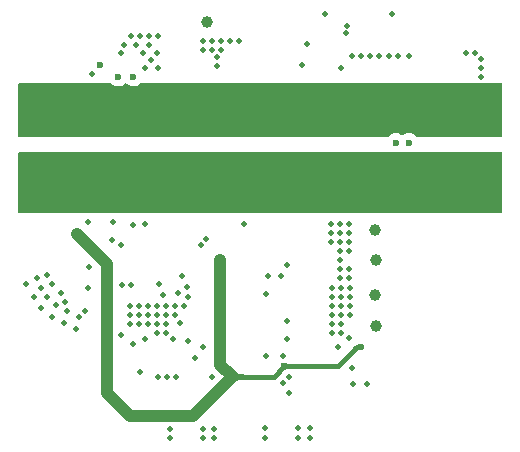
<source format=gbr>
%TF.GenerationSoftware,KiCad,Pcbnew,(6.0.5)*%
%TF.CreationDate,2023-01-06T15:20:20+08:00*%
%TF.ProjectId,Step_Ctrl_V1,53746570-5f43-4747-926c-5f56312e6b69,rev?*%
%TF.SameCoordinates,Original*%
%TF.FileFunction,Copper,L2,Inr*%
%TF.FilePolarity,Positive*%
%FSLAX46Y46*%
G04 Gerber Fmt 4.6, Leading zero omitted, Abs format (unit mm)*
G04 Created by KiCad (PCBNEW (6.0.5)) date 2023-01-06 15:20:20*
%MOMM*%
%LPD*%
G01*
G04 APERTURE LIST*
%TA.AperFunction,ViaPad*%
%ADD10C,0.500000*%
%TD*%
%TA.AperFunction,ViaPad*%
%ADD11C,0.600000*%
%TD*%
%TA.AperFunction,ViaPad*%
%ADD12C,1.000000*%
%TD*%
%TA.AperFunction,Conductor*%
%ADD13C,0.400000*%
%TD*%
%TA.AperFunction,Conductor*%
%ADD14C,1.000000*%
%TD*%
G04 APERTURE END LIST*
D10*
%TO.N,GND*%
X118872000Y-100330000D03*
X117221000Y-100076000D03*
X117094000Y-101600000D03*
X136906000Y-84074000D03*
X137033000Y-83439000D03*
X133604000Y-84963000D03*
X133223000Y-86741000D03*
X115189000Y-103886000D03*
X114046000Y-109093000D03*
X113030000Y-108585000D03*
X112014000Y-108077000D03*
X111125000Y-107315000D03*
X110490000Y-106426000D03*
X109855000Y-105283000D03*
X114300000Y-108077000D03*
X113284000Y-107569000D03*
X112395000Y-107061000D03*
X111633000Y-106426000D03*
X111125000Y-105664000D03*
X110744000Y-104775000D03*
X114808000Y-107569000D03*
X113157000Y-106807000D03*
X112776000Y-106045000D03*
X112014000Y-105283000D03*
X111633000Y-104521000D03*
X118745000Y-105410000D03*
X117983000Y-105410000D03*
X122682000Y-106045000D03*
X123063000Y-104648000D03*
X120904000Y-109474000D03*
X121666000Y-109474000D03*
X121666000Y-108712000D03*
X120904000Y-108712000D03*
X120142000Y-108712000D03*
X119380000Y-108712000D03*
X118618000Y-108712000D03*
X122428000Y-107950000D03*
X121666000Y-107950000D03*
X120904000Y-107950000D03*
X120142000Y-107950000D03*
X119380000Y-107950000D03*
X118618000Y-107950000D03*
X123190000Y-107188000D03*
X122428000Y-107188000D03*
X121666000Y-107188000D03*
X120904000Y-107188000D03*
X120142000Y-107188000D03*
X119380000Y-107188000D03*
X118618000Y-107188000D03*
X133858000Y-118364000D03*
X133858000Y-117475000D03*
X132842000Y-118364000D03*
X132842000Y-117475000D03*
X130048000Y-118364000D03*
X130048000Y-117475000D03*
X125730000Y-118364000D03*
X125730000Y-117602000D03*
X124841000Y-118364000D03*
X124841000Y-117602000D03*
X122047000Y-118364000D03*
X122047000Y-117602000D03*
X122555000Y-113157000D03*
X121793000Y-113157000D03*
X121031000Y-113157000D03*
X125603000Y-113157000D03*
X131572000Y-113665000D03*
X132080000Y-113157000D03*
X130175000Y-111379000D03*
X131572000Y-111379000D03*
X130175000Y-106172000D03*
X130302000Y-104648000D03*
X131445000Y-104648000D03*
X137414000Y-112395000D03*
X138684000Y-113792000D03*
X137541000Y-113792000D03*
X137160000Y-109855000D03*
X136525000Y-109474000D03*
X135763000Y-109474000D03*
X136525000Y-108712000D03*
X135763000Y-108712000D03*
X137287000Y-107950000D03*
X136525000Y-107950000D03*
X135763000Y-107950000D03*
X137287000Y-107188000D03*
X136525000Y-107188000D03*
X135763000Y-107188000D03*
X137287000Y-106426000D03*
X136525000Y-106426000D03*
X135763000Y-106426000D03*
X137287000Y-105664000D03*
X136525000Y-105664000D03*
X135763000Y-105664000D03*
X137160000Y-104775000D03*
X137160000Y-104013000D03*
X136398000Y-104775000D03*
X136398000Y-104013000D03*
X136398000Y-103251000D03*
X137160000Y-102489000D03*
X136398000Y-102489000D03*
X137160000Y-101727000D03*
X136398000Y-101727000D03*
X135636000Y-101727000D03*
X137160000Y-100965000D03*
X136398000Y-100965000D03*
X135636000Y-100965000D03*
X137160000Y-100203000D03*
X136398000Y-100203000D03*
X135636000Y-100203000D03*
X121031000Y-86995000D03*
X119888000Y-86995000D03*
X120396000Y-86360000D03*
X120904000Y-85725000D03*
X119761000Y-85725000D03*
X117856000Y-85725000D03*
X120269000Y-85090000D03*
X119126000Y-85090000D03*
X118110000Y-85090000D03*
X121031000Y-84328000D03*
X120269000Y-84328000D03*
X119507000Y-84328000D03*
X118745000Y-84328000D03*
X125984000Y-86868000D03*
X125984000Y-86106000D03*
X126365000Y-85471000D03*
X125603000Y-85471000D03*
X124841000Y-85471000D03*
X127889000Y-84709000D03*
X127127000Y-84709000D03*
X126365000Y-84709000D03*
X125603000Y-84709000D03*
X124841000Y-84709000D03*
X147066000Y-85725000D03*
X147828000Y-85725000D03*
X148336000Y-86233000D03*
X148336000Y-86995000D03*
X148336000Y-87757000D03*
X142240000Y-85979000D03*
X141351000Y-85979000D03*
X140589000Y-85979000D03*
X139700000Y-85979000D03*
X138938000Y-85979000D03*
X138176000Y-85979000D03*
X137414000Y-85979000D03*
X136525000Y-86995000D03*
%TO.N,/TEMP*%
X123571000Y-110109000D03*
D11*
%TO.N,/CAN_H*%
X142265400Y-93345000D03*
%TO.N,/CAN_L*%
X141122400Y-93345000D03*
D10*
%TO.N,Net-(D3-Pad2)*%
X140792200Y-82423000D03*
%TO.N,Net-(D2-Pad2)*%
X135102600Y-82423000D03*
D12*
%TO.N,+3V3*%
X125120400Y-83134200D03*
D10*
%TO.N,/CAN_TX*%
X121386600Y-106197400D03*
X115392200Y-87528400D03*
D12*
%TO.N,+3V3*%
X126285700Y-103279500D03*
D11*
X138176000Y-110617000D03*
X131699000Y-112268000D03*
D12*
X127254000Y-113157000D03*
X118618000Y-116459000D03*
X114173000Y-101092000D03*
D10*
%TO.N,/UART1_RX*%
X124675298Y-102032602D03*
%TO.N,/UART1_TX*%
X125095000Y-101473000D03*
%TO.N,/TEMP*%
X136271000Y-110617000D03*
%TO.N,Net-(D2-Pad1)*%
X123444000Y-105537000D03*
%TO.N,Net-(D3-Pad1)*%
X123571000Y-106426000D03*
%TO.N,/KEY_DOWN*%
X119888000Y-109982000D03*
%TO.N,/KEY_UP*%
X117856000Y-109601000D03*
%TO.N,/IN_PWM_B*%
X119430800Y-112776000D03*
X132080000Y-114554000D03*
%TO.N,Net-(C26-Pad1)*%
X131876800Y-109956600D03*
%TO.N,/IN_PWM_A*%
X118872000Y-110363000D03*
X131876800Y-108458000D03*
%TO.N,Net-(C25-Pad1)*%
X131876800Y-103657400D03*
%TO.N,/IN_BP*%
X124104400Y-111607600D03*
%TO.N,/IN_BM*%
X124841000Y-110617000D03*
%TO.N,/IN_AP*%
X122301000Y-109982000D03*
%TO.N,/IN_AM*%
X122885200Y-108585000D03*
D12*
%TO.N,VCC*%
X139420600Y-108839000D03*
%TO.N,Net-(R15-Pad1)*%
X139369800Y-106273600D03*
%TO.N,Net-(R14-Pad1)*%
X139395200Y-100711000D03*
%TO.N,VCC*%
X139446000Y-103251000D03*
D10*
%TO.N,/SWDIO*%
X115062000Y-105664000D03*
%TO.N,/SWCLK*%
X117850500Y-101981000D03*
%TO.N,/CAN_RX*%
X121081800Y-105308400D03*
X115062000Y-100076000D03*
%TO.N,/MT6812_CS*%
X128270000Y-100203000D03*
X119880444Y-100195444D03*
D11*
%TO.N,Net-(R11-Pad1)*%
X116078000Y-86741000D03*
D10*
%TO.N,GND*%
X148336000Y-88595200D03*
X149098000Y-90119200D03*
X147574000Y-90119200D03*
X149860000Y-90119200D03*
X148336000Y-90119200D03*
X149098000Y-88595200D03*
X149098000Y-89357200D03*
X149860000Y-88595200D03*
X147574000Y-88595200D03*
X147574000Y-89357200D03*
X148336000Y-89357200D03*
X149860000Y-89357200D03*
%TO.N,Net-(D1-Pad2)*%
X149098000Y-97485200D03*
X149098000Y-98247200D03*
X147574000Y-98247200D03*
X147574000Y-99009200D03*
X147574000Y-97485200D03*
X149860000Y-98247200D03*
X149860000Y-99009200D03*
X149860000Y-97485200D03*
X148336000Y-99009200D03*
X148336000Y-97485200D03*
X149098000Y-99009200D03*
X148336000Y-98247200D03*
X110998000Y-97485200D03*
X111760000Y-98247200D03*
X111760000Y-99009200D03*
X110998000Y-99009200D03*
X109474000Y-99009200D03*
X110998000Y-98247200D03*
X110236000Y-99009200D03*
X109474000Y-98247200D03*
X110236000Y-98247200D03*
X109474000Y-97485200D03*
X110236000Y-97485200D03*
X111760000Y-97485200D03*
%TO.N,GND*%
X110236000Y-89357200D03*
X111760000Y-89357200D03*
X109474000Y-89357200D03*
X110998000Y-89357200D03*
X110998000Y-88595200D03*
X109474000Y-88595200D03*
X111760000Y-88595200D03*
X110236000Y-88595200D03*
X110236000Y-90119200D03*
X111760000Y-90119200D03*
X109474000Y-90119200D03*
X110998000Y-90119200D03*
%TO.N,Net-(D1-Pad2)*%
X149098000Y-94437200D03*
X149098000Y-95199200D03*
X149860000Y-95961200D03*
X149860000Y-96723200D03*
X149098000Y-96723200D03*
X147574000Y-96723200D03*
X149098000Y-95961200D03*
X148336000Y-96723200D03*
X147574000Y-95961200D03*
X148336000Y-95961200D03*
X147574000Y-95199200D03*
X148336000Y-95199200D03*
X149860000Y-95199200D03*
X147574000Y-94437200D03*
X148336000Y-94437200D03*
X149860000Y-94437200D03*
%TO.N,GND*%
X148336000Y-90881200D03*
X149098000Y-92405200D03*
X147574000Y-92405200D03*
X148336000Y-92405200D03*
X149860000Y-92405200D03*
X149860000Y-90881200D03*
X147574000Y-90881200D03*
X149098000Y-90881200D03*
X148336000Y-91643200D03*
X147574000Y-91643200D03*
X149860000Y-91643200D03*
X149098000Y-91643200D03*
%TO.N,Net-(D1-Pad2)*%
X111760000Y-96723200D03*
X110998000Y-96723200D03*
X109474000Y-96723200D03*
X110236000Y-96723200D03*
X110998000Y-95961200D03*
X109474000Y-95961200D03*
X110236000Y-95961200D03*
X111760000Y-95961200D03*
X110998000Y-95199200D03*
X109474000Y-95199200D03*
X110236000Y-95199200D03*
X111760000Y-95199200D03*
X111760000Y-94437200D03*
X110998000Y-94437200D03*
X110236000Y-94437200D03*
X109474000Y-94437200D03*
%TO.N,GND*%
X110236000Y-92405200D03*
X109474000Y-92405200D03*
X111760000Y-92405200D03*
X110998000Y-92405200D03*
X110236000Y-91643200D03*
X111760000Y-91643200D03*
X109474000Y-91643200D03*
X110998000Y-91643200D03*
X111760000Y-90881200D03*
X110998000Y-90881200D03*
X110236000Y-90881200D03*
X109474000Y-90881200D03*
D11*
%TO.N,/CAN_H*%
X118872000Y-87757000D03*
%TO.N,/CAN_L*%
X117590725Y-87757000D03*
%TD*%
D13*
%TO.N,+3V3*%
X136207500Y-112268000D02*
X137858500Y-110617000D01*
X137858500Y-110617000D02*
X138176000Y-110617000D01*
X131699000Y-112268000D02*
X136207500Y-112268000D01*
X130810000Y-113157000D02*
X131699000Y-112268000D01*
X127254000Y-113157000D02*
X130810000Y-113157000D01*
D14*
X126285700Y-112163300D02*
X126285700Y-103279500D01*
X127254000Y-113131600D02*
X126285700Y-112163300D01*
X127254000Y-113157000D02*
X127254000Y-113131600D01*
X118618000Y-116459000D02*
X123952000Y-116459000D01*
X123952000Y-116459000D02*
X127254000Y-113157000D01*
X116652489Y-114493489D02*
X118618000Y-116459000D01*
X116652489Y-103571489D02*
X116652489Y-114493489D01*
X114173000Y-101092000D02*
X116652489Y-103571489D01*
%TD*%
%TA.AperFunction,Conductor*%
%TO.N,GND*%
G36*
X150094621Y-88285002D02*
G01*
X150141114Y-88338658D01*
X150152500Y-88391000D01*
X150152500Y-92711000D01*
X150132498Y-92779121D01*
X150078842Y-92825614D01*
X150026500Y-92837000D01*
X147193000Y-92837000D01*
X147193000Y-88265000D01*
X150026500Y-88265000D01*
X150094621Y-88285002D01*
G37*
%TD.AperFunction*%
%TD*%
%TA.AperFunction,Conductor*%
%TO.N,Net-(D1-Pad2)*%
G36*
X150094621Y-94127002D02*
G01*
X150141114Y-94180658D01*
X150152500Y-94233000D01*
X150152500Y-99188000D01*
X150132498Y-99256121D01*
X150078842Y-99302614D01*
X150026500Y-99314000D01*
X147193000Y-99314000D01*
X147193000Y-94107000D01*
X150026500Y-94107000D01*
X150094621Y-94127002D01*
G37*
%TD.AperFunction*%
%TD*%
%TA.AperFunction,Conductor*%
%TO.N,GND*%
G36*
X115205362Y-88268216D02*
G01*
X115207541Y-88269026D01*
X115376215Y-88291532D01*
X115383226Y-88290894D01*
X115383230Y-88290894D01*
X115538662Y-88276748D01*
X115545683Y-88276109D01*
X115552385Y-88273931D01*
X115552387Y-88273931D01*
X115560893Y-88271167D01*
X115599829Y-88265000D01*
X116903800Y-88265000D01*
X116971921Y-88285002D01*
X116994436Y-88303473D01*
X117067208Y-88378830D01*
X117067213Y-88378834D01*
X117072107Y-88383902D01*
X117223884Y-88483222D01*
X117230488Y-88485678D01*
X117230490Y-88485679D01*
X117387283Y-88543990D01*
X117387285Y-88543990D01*
X117393893Y-88546448D01*
X117477720Y-88557633D01*
X117566705Y-88569507D01*
X117566709Y-88569507D01*
X117573686Y-88570438D01*
X117580697Y-88569800D01*
X117580701Y-88569800D01*
X117723184Y-88556832D01*
X117754325Y-88553998D01*
X117761027Y-88551820D01*
X117761029Y-88551820D01*
X117920134Y-88500124D01*
X117920137Y-88500123D01*
X117926833Y-88497947D01*
X118082637Y-88405069D01*
X118097411Y-88391000D01*
X118143716Y-88346905D01*
X118206841Y-88314412D01*
X118277511Y-88321205D01*
X118321244Y-88350622D01*
X118353382Y-88383902D01*
X118505159Y-88483222D01*
X118511763Y-88485678D01*
X118511765Y-88485679D01*
X118668558Y-88543990D01*
X118668560Y-88543990D01*
X118675168Y-88546448D01*
X118758995Y-88557633D01*
X118847980Y-88569507D01*
X118847984Y-88569507D01*
X118854961Y-88570438D01*
X118861972Y-88569800D01*
X118861976Y-88569800D01*
X119004459Y-88556832D01*
X119035600Y-88553998D01*
X119042302Y-88551820D01*
X119042304Y-88551820D01*
X119201409Y-88500124D01*
X119201412Y-88500123D01*
X119208108Y-88497947D01*
X119363912Y-88405069D01*
X119378686Y-88391000D01*
X119474503Y-88299755D01*
X119537628Y-88267262D01*
X119561395Y-88265000D01*
X150026500Y-88265000D01*
X150094621Y-88285002D01*
X150141114Y-88338658D01*
X150152500Y-88391000D01*
X150152500Y-92711000D01*
X150132498Y-92779121D01*
X150078842Y-92825614D01*
X150026500Y-92837000D01*
X142952869Y-92837000D01*
X142884748Y-92816998D01*
X142863463Y-92799784D01*
X142780178Y-92715915D01*
X142780174Y-92715912D01*
X142775215Y-92710918D01*
X142764097Y-92703862D01*
X142715938Y-92673300D01*
X142622066Y-92613727D01*
X142592863Y-92603328D01*
X142457825Y-92555243D01*
X142457820Y-92555242D01*
X142451190Y-92552881D01*
X142444202Y-92552048D01*
X142444199Y-92552047D01*
X142321098Y-92537368D01*
X142271080Y-92531404D01*
X142264077Y-92532140D01*
X142264076Y-92532140D01*
X142097688Y-92549628D01*
X142097686Y-92549629D01*
X142090688Y-92550364D01*
X141918979Y-92608818D01*
X141764488Y-92703862D01*
X141763751Y-92702663D01*
X141704957Y-92725978D01*
X141635287Y-92712314D01*
X141625876Y-92706895D01*
X141590953Y-92684733D01*
X141479066Y-92613727D01*
X141449863Y-92603328D01*
X141314825Y-92555243D01*
X141314820Y-92555242D01*
X141308190Y-92552881D01*
X141301202Y-92552048D01*
X141301199Y-92552047D01*
X141178098Y-92537368D01*
X141128080Y-92531404D01*
X141121077Y-92532140D01*
X141121076Y-92532140D01*
X140954688Y-92549628D01*
X140954686Y-92549629D01*
X140947688Y-92550364D01*
X140775979Y-92608818D01*
X140769975Y-92612512D01*
X140627495Y-92700166D01*
X140627492Y-92700168D01*
X140621488Y-92703862D01*
X140616453Y-92708793D01*
X140616450Y-92708795D01*
X140598904Y-92725978D01*
X140550876Y-92773011D01*
X140522271Y-92801023D01*
X140459606Y-92834394D01*
X140434113Y-92837000D01*
X109295500Y-92837000D01*
X109227379Y-92816998D01*
X109180886Y-92763342D01*
X109169500Y-92711000D01*
X109169500Y-88391000D01*
X109189502Y-88322879D01*
X109243158Y-88276386D01*
X109295500Y-88265000D01*
X115179169Y-88265000D01*
X115205362Y-88268216D01*
G37*
%TD.AperFunction*%
%TD*%
%TA.AperFunction,Conductor*%
%TO.N,Net-(D1-Pad2)*%
G36*
X140873008Y-94114901D02*
G01*
X140925568Y-94134448D01*
X141009395Y-94145633D01*
X141098380Y-94157507D01*
X141098384Y-94157507D01*
X141105361Y-94158438D01*
X141112372Y-94157800D01*
X141112376Y-94157800D01*
X141254859Y-94144832D01*
X141286000Y-94141998D01*
X141292702Y-94139820D01*
X141292704Y-94139820D01*
X141374733Y-94113167D01*
X141413669Y-94107000D01*
X141972093Y-94107000D01*
X142016008Y-94114901D01*
X142068568Y-94134448D01*
X142152395Y-94145633D01*
X142241380Y-94157507D01*
X142241384Y-94157507D01*
X142248361Y-94158438D01*
X142255372Y-94157800D01*
X142255376Y-94157800D01*
X142397859Y-94144832D01*
X142429000Y-94141998D01*
X142435702Y-94139820D01*
X142435704Y-94139820D01*
X142517733Y-94113167D01*
X142556669Y-94107000D01*
X150026500Y-94107000D01*
X150094621Y-94127002D01*
X150141114Y-94180658D01*
X150152500Y-94233000D01*
X150152500Y-99188000D01*
X150132498Y-99256121D01*
X150078842Y-99302614D01*
X150026500Y-99314000D01*
X109295500Y-99314000D01*
X109227379Y-99293998D01*
X109180886Y-99240342D01*
X109169500Y-99188000D01*
X109169500Y-94233000D01*
X109189502Y-94164879D01*
X109243158Y-94118386D01*
X109295500Y-94107000D01*
X140829093Y-94107000D01*
X140873008Y-94114901D01*
G37*
%TD.AperFunction*%
%TD*%
%TA.AperFunction,Conductor*%
%TO.N,GND*%
G36*
X112141000Y-92837000D02*
G01*
X109295500Y-92837000D01*
X109227379Y-92816998D01*
X109180886Y-92763342D01*
X109169500Y-92711000D01*
X109169500Y-88391000D01*
X109189502Y-88322879D01*
X109243158Y-88276386D01*
X109295500Y-88265000D01*
X112141000Y-88265000D01*
X112141000Y-92837000D01*
G37*
%TD.AperFunction*%
%TD*%
%TA.AperFunction,Conductor*%
%TO.N,Net-(D1-Pad2)*%
G36*
X112141000Y-99314000D02*
G01*
X109295500Y-99314000D01*
X109227379Y-99293998D01*
X109180886Y-99240342D01*
X109169500Y-99188000D01*
X109169500Y-94233000D01*
X109189502Y-94164879D01*
X109243158Y-94118386D01*
X109295500Y-94107000D01*
X112141000Y-94107000D01*
X112141000Y-99314000D01*
G37*
%TD.AperFunction*%
%TD*%
%TA.AperFunction,Conductor*%
%TO.N,+3V3*%
G36*
X137971135Y-110409125D02*
G01*
X138312662Y-110609187D01*
X138318068Y-110616325D01*
X138316843Y-110625196D01*
X138314858Y-110627715D01*
X138050746Y-110881699D01*
X138042407Y-110884964D01*
X138038169Y-110884080D01*
X138021274Y-110877096D01*
X138010201Y-110874154D01*
X137997950Y-110870899D01*
X137997948Y-110870899D01*
X137997539Y-110870790D01*
X137982340Y-110869094D01*
X137974358Y-110868203D01*
X137974357Y-110868203D01*
X137973900Y-110868152D01*
X137959333Y-110868828D01*
X137950695Y-110869228D01*
X137950691Y-110869228D01*
X137950227Y-110869250D01*
X137942741Y-110870790D01*
X137926810Y-110874067D01*
X137926808Y-110874068D01*
X137926388Y-110874154D01*
X137902254Y-110882933D01*
X137877695Y-110895656D01*
X137852580Y-110912392D01*
X137826780Y-110933209D01*
X137808427Y-110950427D01*
X137800051Y-110953587D01*
X137792151Y-110950166D01*
X137526000Y-110684015D01*
X137522573Y-110675742D01*
X137526406Y-110667082D01*
X137570742Y-110626804D01*
X137571662Y-110626049D01*
X137621770Y-110589076D01*
X137622745Y-110588430D01*
X137670322Y-110560192D01*
X137671209Y-110559716D01*
X137716725Y-110537752D01*
X137717352Y-110537472D01*
X137761241Y-110519385D01*
X137761455Y-110519299D01*
X137803986Y-110502745D01*
X137804025Y-110502730D01*
X137804041Y-110502723D01*
X137804062Y-110502715D01*
X137832679Y-110490693D01*
X137845319Y-110485383D01*
X137885531Y-110464892D01*
X137924951Y-110438854D01*
X137957526Y-110410407D01*
X137966010Y-110407547D01*
X137971135Y-110409125D01*
G37*
%TD.AperFunction*%
%TD*%
%TA.AperFunction,Conductor*%
%TO.N,+3V3*%
G36*
X131836997Y-112001291D02*
G01*
X131871761Y-112017113D01*
X131871769Y-112017116D01*
X131871911Y-112017181D01*
X131872066Y-112017241D01*
X131872073Y-112017244D01*
X131888346Y-112023551D01*
X131911419Y-112032494D01*
X131949593Y-112044373D01*
X131949798Y-112044421D01*
X131949810Y-112044424D01*
X131973948Y-112050044D01*
X131987737Y-112053255D01*
X131987933Y-112053286D01*
X131987946Y-112053289D01*
X132026966Y-112059546D01*
X132026976Y-112059547D01*
X132027155Y-112059576D01*
X132069152Y-112063770D01*
X132102687Y-112065600D01*
X132114955Y-112066270D01*
X132114965Y-112066270D01*
X132115031Y-112066274D01*
X132115090Y-112066275D01*
X132115104Y-112066276D01*
X132147830Y-112067076D01*
X132166095Y-112067523D01*
X132223650Y-112067953D01*
X132223745Y-112067953D01*
X132277309Y-112067992D01*
X132285579Y-112071425D01*
X132289000Y-112079692D01*
X132289000Y-112456308D01*
X132285573Y-112464581D01*
X132277308Y-112468008D01*
X132223650Y-112468046D01*
X132166095Y-112468476D01*
X132147830Y-112468923D01*
X132115104Y-112469723D01*
X132115090Y-112469724D01*
X132115031Y-112469725D01*
X132114965Y-112469729D01*
X132114955Y-112469729D01*
X132102687Y-112470399D01*
X132069152Y-112472229D01*
X132027155Y-112476423D01*
X132026976Y-112476452D01*
X132026966Y-112476453D01*
X131987946Y-112482710D01*
X131987933Y-112482713D01*
X131987737Y-112482744D01*
X131973948Y-112485955D01*
X131949810Y-112491575D01*
X131949798Y-112491578D01*
X131949593Y-112491626D01*
X131911419Y-112503505D01*
X131896313Y-112509360D01*
X131872073Y-112518755D01*
X131872066Y-112518758D01*
X131871911Y-112518818D01*
X131871769Y-112518883D01*
X131871761Y-112518886D01*
X131836996Y-112534709D01*
X131828046Y-112535017D01*
X131824039Y-112532493D01*
X131809754Y-112518755D01*
X131549000Y-112268000D01*
X131758774Y-112066270D01*
X131824040Y-112003507D01*
X131832379Y-112000242D01*
X131836997Y-112001291D01*
G37*
%TD.AperFunction*%
%TD*%
%TA.AperFunction,Conductor*%
%TO.N,+3V3*%
G36*
X131798305Y-112507746D02*
G01*
X131798262Y-112509953D01*
X131797607Y-112543443D01*
X131794019Y-112551647D01*
X131790013Y-112554170D01*
X131754087Y-112567622D01*
X131753957Y-112567679D01*
X131753948Y-112567683D01*
X131731052Y-112577789D01*
X131715324Y-112584730D01*
X131679931Y-112603323D01*
X131679748Y-112603437D01*
X131679739Y-112603442D01*
X131658824Y-112616456D01*
X131646678Y-112624014D01*
X131614336Y-112647418D01*
X131581675Y-112674148D01*
X131581578Y-112674235D01*
X131547517Y-112704770D01*
X131547500Y-112704786D01*
X131547463Y-112704819D01*
X131510472Y-112740044D01*
X131510433Y-112740082D01*
X131510422Y-112740093D01*
X131469471Y-112780437D01*
X131431503Y-112818352D01*
X131423228Y-112821773D01*
X131414963Y-112818346D01*
X131148654Y-112552037D01*
X131145227Y-112543764D01*
X131148648Y-112535497D01*
X131186562Y-112497528D01*
X131226906Y-112456577D01*
X131226917Y-112456566D01*
X131226955Y-112456527D01*
X131262180Y-112419536D01*
X131262213Y-112419499D01*
X131262229Y-112419482D01*
X131292764Y-112385421D01*
X131292851Y-112385324D01*
X131319581Y-112352663D01*
X131342985Y-112320321D01*
X131363676Y-112287068D01*
X131382269Y-112251675D01*
X131399377Y-112212912D01*
X131412829Y-112176988D01*
X131418939Y-112170442D01*
X131423557Y-112169393D01*
X131556443Y-112166795D01*
X131805066Y-112161934D01*
X131798305Y-112507746D01*
G37*
%TD.AperFunction*%
%TD*%
%TA.AperFunction,Conductor*%
%TO.N,+3V3*%
G36*
X127479352Y-112710749D02*
G01*
X127556443Y-112749758D01*
X127556724Y-112749906D01*
X127630144Y-112789597D01*
X127696224Y-112825998D01*
X127758315Y-112858672D01*
X127758425Y-112858723D01*
X127758435Y-112858728D01*
X127819745Y-112887184D01*
X127819752Y-112887187D01*
X127819931Y-112887270D01*
X127820124Y-112887342D01*
X127820126Y-112887343D01*
X127884344Y-112911356D01*
X127884351Y-112911358D01*
X127884591Y-112911448D01*
X127884848Y-112911518D01*
X127884851Y-112911519D01*
X127935054Y-112925200D01*
X127955811Y-112930856D01*
X127956091Y-112930905D01*
X127956090Y-112930905D01*
X128036874Y-112945108D01*
X128036877Y-112945108D01*
X128037108Y-112945149D01*
X128131998Y-112953979D01*
X128132177Y-112953984D01*
X128132180Y-112953984D01*
X128232615Y-112956693D01*
X128240793Y-112960342D01*
X128244000Y-112968389D01*
X128244000Y-113345611D01*
X128240573Y-113353884D01*
X128232615Y-113357307D01*
X128216966Y-113357729D01*
X128132180Y-113360015D01*
X128132177Y-113360015D01*
X128131998Y-113360020D01*
X128037108Y-113368850D01*
X128036877Y-113368891D01*
X128036874Y-113368891D01*
X127977838Y-113379270D01*
X127955811Y-113383143D01*
X127955535Y-113383218D01*
X127955536Y-113383218D01*
X127884851Y-113402480D01*
X127884848Y-113402481D01*
X127884591Y-113402551D01*
X127884351Y-113402641D01*
X127884344Y-113402643D01*
X127820126Y-113426656D01*
X127819931Y-113426729D01*
X127819752Y-113426812D01*
X127819745Y-113426815D01*
X127758435Y-113455271D01*
X127758425Y-113455276D01*
X127758315Y-113455327D01*
X127696224Y-113488001D01*
X127630144Y-113524402D01*
X127574363Y-113554558D01*
X127556724Y-113564093D01*
X127556443Y-113564241D01*
X127479352Y-113603251D01*
X127470423Y-113603928D01*
X127465959Y-113601244D01*
X127012769Y-113165433D01*
X127009181Y-113157229D01*
X127012769Y-113148567D01*
X127465959Y-112712756D01*
X127474298Y-112709491D01*
X127479352Y-112710749D01*
G37*
%TD.AperFunction*%
%TD*%
M02*

</source>
